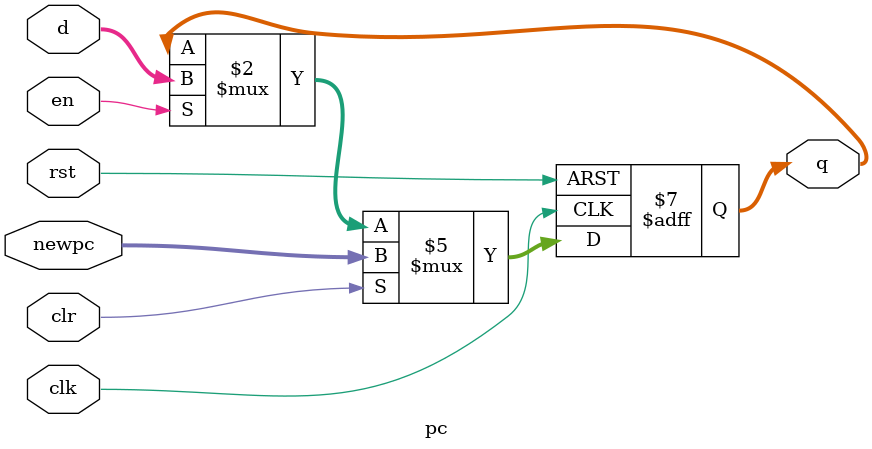
<source format=v>
`timescale 1ns / 1ps


module pc #(parameter WIDTH = 8)(
	input wire clk,rst,en,
	input wire clr, //clear信号 57加
	input wire[WIDTH-1:0] d,
	input wire [WIDTH-1:0]newpc, //新的pc信号 57加
	output reg[WIDTH-1:0] q
    );
	always @(posedge clk,posedge rst) begin
		if(rst) begin
			q <= 32'hbfc00000;
		end 
		else if(clr) begin
			q <= newpc;
		end
		else if(en) begin
			/* code */
			q <= d;
		end
	end
endmodule
</source>
